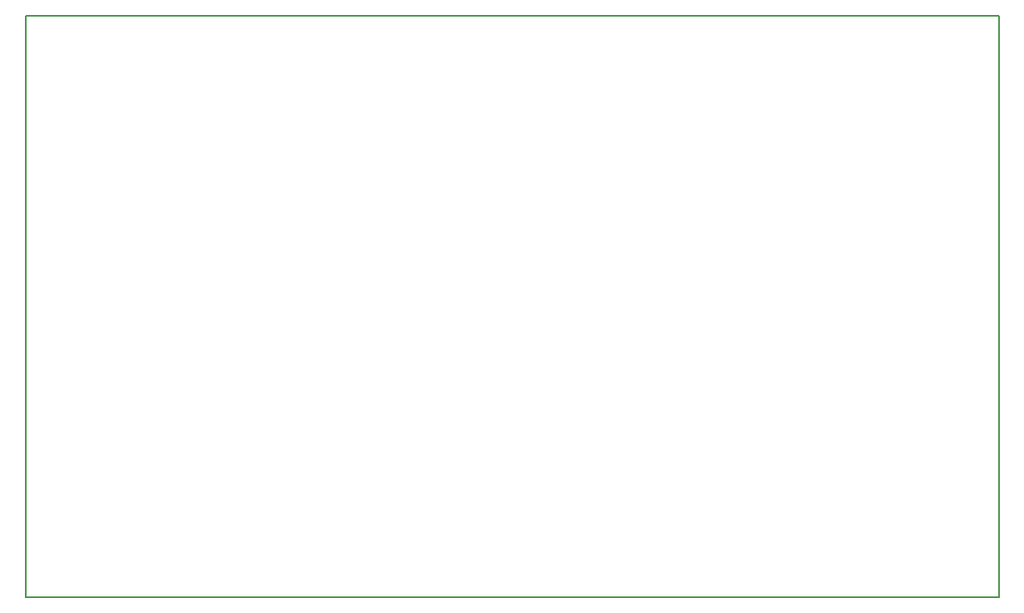
<source format=gm1>
G04 MADE WITH FRITZING*
G04 WWW.FRITZING.ORG*
G04 DOUBLE SIDED*
G04 HOLES PLATED*
G04 CONTOUR ON CENTER OF CONTOUR VECTOR*
%ASAXBY*%
%FSLAX23Y23*%
%MOIN*%
%OFA0B0*%
%SFA1.0B1.0*%
%ADD10R,3.908190X2.339950*%
%ADD11C,0.008000*%
%ADD10C,0.008*%
%LNCONTOUR*%
G90*
G70*
G54D10*
G54D11*
X4Y2336D02*
X3904Y2336D01*
X3904Y4D01*
X4Y4D01*
X4Y2336D01*
D02*
G04 End of contour*
M02*
</source>
